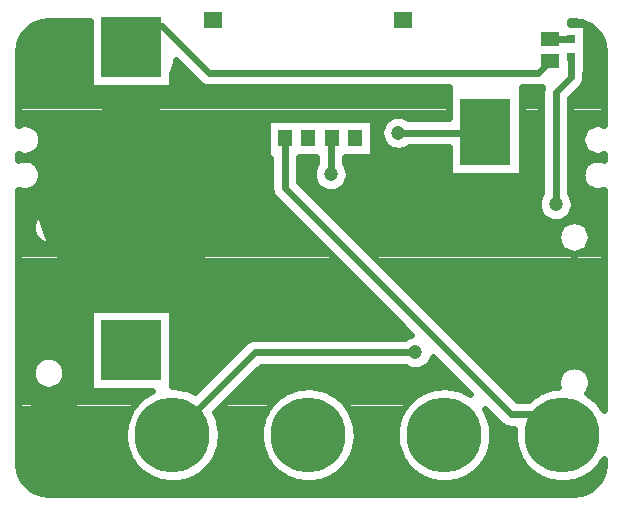
<source format=gbr>
G04 DipTrace 3.3.1.1*
G04 Top.gbr*
%MOIN*%
G04 #@! TF.FileFunction,Copper,L1,Top*
G04 #@! TF.Part,Single*
G04 #@! TA.AperFunction,CopperBalancing*
%ADD14C,0.023622*%
%ADD16R,0.031496X0.031496*%
G04 #@! TA.AperFunction,ComponentPad*
%ADD17C,0.25*%
%ADD19R,0.200787X0.200787*%
%ADD20C,0.629921*%
%ADD24R,0.169291X0.224409*%
%ADD25R,0.059055X0.051181*%
%ADD31R,0.059055X0.055118*%
%ADD32R,0.047244X0.055118*%
G04 #@! TA.AperFunction,ViaPad*
%ADD33C,0.047244*%
%FSLAX26Y26*%
G04*
G70*
G90*
G75*
G01*
G04 Top*
%LPD*%
X1318898Y1618112D2*
D14*
Y1452413D1*
X2072638Y698673D1*
X2175344D1*
X2244094Y629923D1*
X1754479Y905513D2*
X1220472D1*
X944882Y629923D1*
X1472638Y1498673D2*
Y1614371D1*
X1476378Y1618112D1*
X1697638Y1636172D2*
X1984596D1*
X1988189Y1639765D1*
X2222638Y1398673D2*
Y1773673D1*
X2272638Y1823673D1*
Y1889617D1*
Y1948672D2*
X2206004D1*
X2203887Y1950789D1*
X807091Y1921261D2*
X878253Y1992423D1*
X910138D1*
X1066387Y1836173D1*
X2164075D1*
X2203887Y1875986D1*
D33*
X1754479Y905513D3*
X1472638Y1498673D3*
X1697638Y1636172D3*
X2222638Y1398673D3*
X471232Y1985959D2*
D14*
X667961D1*
X2327126D2*
X2343717D1*
X449988Y1962469D2*
X667961D1*
X2327126D2*
X2364996D1*
X439115Y1938978D2*
X667961D1*
X2327126D2*
X2375833D1*
X434988Y1915487D2*
X667961D1*
X2327126D2*
X2379996D1*
X433877Y1891996D2*
X667961D1*
X2327126D2*
X2381108D1*
X433877Y1868505D2*
X667961D1*
X2327126D2*
X2381108D1*
X433877Y1845014D2*
X667961D1*
X951290D2*
X987043D1*
X2327126D2*
X2381108D1*
X433877Y1821524D2*
X667961D1*
X946231D2*
X1010512D1*
X2323143D2*
X2381108D1*
X433877Y1798033D2*
X667961D1*
X946231D2*
X1034554D1*
X2315786D2*
X2381108D1*
X433877Y1774542D2*
X1864806D1*
X2111570D2*
X2172083D1*
X2294005D2*
X2381108D1*
X433877Y1751051D2*
X1864806D1*
X2111570D2*
X2172083D1*
X2273192D2*
X2381108D1*
X433877Y1727560D2*
X1864806D1*
X2111570D2*
X2172083D1*
X2273192D2*
X2381108D1*
X433877Y1704070D2*
X1864806D1*
X2111570D2*
X2172083D1*
X2273192D2*
X2381108D1*
X433877Y1680579D2*
X1256534D1*
X1617480D2*
X1654920D1*
X2111570D2*
X2172083D1*
X2273192D2*
X2381108D1*
X488062Y1657088D2*
X844367D1*
X927140D2*
X1256534D1*
X1617480D2*
X1639024D1*
X2111570D2*
X2172083D1*
X2273192D2*
X2326923D1*
X505609Y1633597D2*
X822622D1*
X948886D2*
X1256534D1*
X1617480D2*
X1635327D1*
X2111570D2*
X2172083D1*
X2273192D2*
X2309340D1*
X509054Y1610106D2*
X814404D1*
X957104D2*
X1256534D1*
X1617480D2*
X1641248D1*
X2111570D2*
X2172083D1*
X2273192D2*
X2305895D1*
X501661Y1586615D2*
X814692D1*
X956816D2*
X1256534D1*
X1617480D2*
X1661450D1*
X1733816D2*
X1864806D1*
X2111570D2*
X2172083D1*
X2273192D2*
X2313287D1*
X473026Y1563125D2*
X823555D1*
X947953D2*
X1256534D1*
X1617480D2*
X1864806D1*
X2111570D2*
X2172083D1*
X2273192D2*
X2341958D1*
X487164Y1539634D2*
X846879D1*
X924629D2*
X1268340D1*
X1369449D2*
X1422104D1*
X1523177D2*
X1864806D1*
X2111570D2*
X2172083D1*
X2273192D2*
X2327783D1*
X505357Y1516143D2*
X1268340D1*
X1369449D2*
X1412881D1*
X1532399D2*
X1864806D1*
X2111570D2*
X2172083D1*
X2273192D2*
X2309627D1*
X509089Y1492652D2*
X1268340D1*
X1369449D2*
X1410584D1*
X1534696D2*
X1864806D1*
X2111570D2*
X2172083D1*
X2273192D2*
X2305858D1*
X502056Y1469161D2*
X1268340D1*
X1372678D2*
X1418049D1*
X1527231D2*
X2172083D1*
X2273192D2*
X2312928D1*
X474785Y1445671D2*
X1268806D1*
X1396147D2*
X1442163D1*
X1503117D2*
X2172083D1*
X2273192D2*
X2340164D1*
X433877Y1422180D2*
X1278997D1*
X1419651D2*
X2165085D1*
X2280189D2*
X2381108D1*
X433877Y1398689D2*
X1302106D1*
X1443119D2*
X2160277D1*
X2284997D2*
X2381108D1*
X433877Y1375198D2*
X515310D1*
X547701D2*
X1325610D1*
X1466623D2*
X2165050D1*
X2280226D2*
X2381108D1*
X433877Y1351707D2*
X482332D1*
X580678D2*
X1349079D1*
X1490127D2*
X2182920D1*
X2262354D2*
X2381108D1*
X433877Y1328217D2*
X473541D1*
X589434D2*
X1372583D1*
X1513596D2*
X2240693D1*
X2326265D2*
X2381108D1*
X433877Y1304726D2*
X475442D1*
X587533D2*
X1396087D1*
X1537100D2*
X2227201D1*
X2339757D2*
X2381108D1*
X433877Y1281235D2*
X489474D1*
X573501D2*
X1419555D1*
X1560604D2*
X2225622D1*
X2341301D2*
X2381108D1*
X433877Y1257744D2*
X1443059D1*
X1584072D2*
X2234808D1*
X2332114D2*
X2381108D1*
X433877Y1234253D2*
X1466563D1*
X1607576D2*
X2270836D1*
X2296087D2*
X2381108D1*
X433877Y1210762D2*
X1490031D1*
X1631045D2*
X2381108D1*
X433877Y1187272D2*
X1513535D1*
X1654549D2*
X2381108D1*
X433877Y1163781D2*
X1537004D1*
X1678052D2*
X2381108D1*
X433877Y1140290D2*
X1560508D1*
X1701521D2*
X2381108D1*
X433877Y1116799D2*
X1584013D1*
X1725025D2*
X2381108D1*
X433877Y1093308D2*
X1607480D1*
X1748529D2*
X2381108D1*
X433877Y1069818D2*
X1630986D1*
X1771997D2*
X2381108D1*
X433877Y1046327D2*
X667961D1*
X946231D2*
X1654490D1*
X1795501D2*
X2381108D1*
X433877Y1022836D2*
X667961D1*
X946231D2*
X1677958D1*
X1818970D2*
X2381108D1*
X433877Y999345D2*
X667961D1*
X946231D2*
X1701462D1*
X1842474D2*
X2381108D1*
X433877Y975854D2*
X667961D1*
X946231D2*
X1724929D1*
X1865978D2*
X2381108D1*
X433877Y952364D2*
X667961D1*
X946231D2*
X1206833D1*
X1889446D2*
X2381108D1*
X433877Y928873D2*
X667961D1*
X946231D2*
X1173318D1*
X1912950D2*
X2381108D1*
X433877Y905382D2*
X667961D1*
X946231D2*
X1149814D1*
X1936455D2*
X2381108D1*
X433877Y881891D2*
X496076D1*
X566934D2*
X667961D1*
X946231D2*
X1126345D1*
X1959923D2*
X2381108D1*
X433877Y858400D2*
X477488D1*
X585522D2*
X667961D1*
X946231D2*
X1102841D1*
X1793995D2*
X1842415D1*
X1983427D2*
X2263659D1*
X2303262D2*
X2381108D1*
X433877Y834909D2*
X473110D1*
X589900D2*
X667961D1*
X946231D2*
X1079373D1*
X1220386D2*
X1865883D1*
X2006932D2*
X2233623D1*
X2333333D2*
X2381108D1*
X433877Y811419D2*
X479067D1*
X583944D2*
X667961D1*
X946231D2*
X1055869D1*
X1196882D2*
X1889387D1*
X2030399D2*
X2225407D1*
X2341551D2*
X2381108D1*
X433877Y787928D2*
X501350D1*
X561660D2*
X667961D1*
X980070D2*
X1032365D1*
X1173413D2*
X1362463D1*
X1432820D2*
X1815214D1*
X1885571D2*
X1912856D1*
X2053904D2*
X2208900D1*
X2339182D2*
X2381108D1*
X433877Y764437D2*
X853374D1*
X1149909D2*
X1306126D1*
X1489159D2*
X1758877D1*
X2077371D2*
X2152562D1*
X2335594D2*
X2381108D1*
X433877Y740946D2*
X825385D1*
X1126406D2*
X1278172D1*
X1517112D2*
X1730923D1*
X2363584D2*
X2381108D1*
X433877Y717455D2*
X806941D1*
X1102937D2*
X1259692D1*
X1535592D2*
X1712442D1*
X433877Y693965D2*
X794381D1*
X1095365D2*
X1247131D1*
X1548115D2*
X1699919D1*
X433877Y670474D2*
X786307D1*
X1103440D2*
X1239058D1*
X1556190D2*
X1691845D1*
X2008941D2*
X2030340D1*
X433877Y646983D2*
X782037D1*
X1107710D2*
X1234787D1*
X1560461D2*
X1687575D1*
X2013247D2*
X2081260D1*
X433877Y623492D2*
X781283D1*
X1108499D2*
X1234034D1*
X1561249D2*
X1686785D1*
X2014000D2*
X2080470D1*
X433877Y600001D2*
X783938D1*
X1105807D2*
X1236689D1*
X1558594D2*
X1689441D1*
X2011345D2*
X2083161D1*
X433877Y576510D2*
X790255D1*
X1099528D2*
X1243005D1*
X1552278D2*
X1695756D1*
X2005029D2*
X2089441D1*
X433877Y553020D2*
X800661D1*
X1089122D2*
X1253412D1*
X1541873D2*
X1706163D1*
X1994623D2*
X2099848D1*
X434450Y529529D2*
X816163D1*
X1073584D2*
X1268913D1*
X1526335D2*
X1721701D1*
X1979121D2*
X2115386D1*
X437537Y506038D2*
X839093D1*
X1050654D2*
X1291844D1*
X1503404D2*
X1744630D1*
X1956192D2*
X2138315D1*
X2349877D2*
X2377412D1*
X447189Y482547D2*
X876772D1*
X1013010D2*
X1329522D1*
X1465762D2*
X1782273D1*
X1918513D2*
X2175993D1*
X2312198D2*
X2367795D1*
X465921Y459056D2*
X2349028D1*
X507223Y435566D2*
X2307724D1*
X2269781Y2000798D2*
X2321167D1*
X2309260Y2005727D1*
X2280997Y2009448D1*
X2269814Y2009449D1*
X2269793Y2000807D1*
X2324764Y1999327D2*
Y1837491D1*
X2320853D1*
X2320678Y1819892D1*
X2319495Y1812424D1*
X2317159Y1805232D1*
X2313726Y1798495D1*
X2309281Y1792377D1*
X2287226Y1770112D1*
X2270808Y1753694D1*
X2270827Y1434388D1*
X2273797Y1430024D1*
X2278071Y1421634D1*
X2280980Y1412680D1*
X2282453Y1403381D1*
Y1393966D1*
X2280980Y1384667D1*
X2278071Y1375713D1*
X2273797Y1367323D1*
X2268262Y1359706D1*
X2261605Y1353049D1*
X2253988Y1347514D1*
X2245598Y1343240D1*
X2236644Y1340331D1*
X2227345Y1338858D1*
X2217930D1*
X2208631Y1340331D1*
X2199677Y1343240D1*
X2191287Y1347514D1*
X2183671Y1353049D1*
X2177013Y1359706D1*
X2171479Y1367323D1*
X2167205Y1375713D1*
X2164295Y1384667D1*
X2162823Y1393966D1*
Y1403381D1*
X2164295Y1412680D1*
X2167205Y1421634D1*
X2171479Y1430024D1*
X2174450Y1434388D1*
X2174597Y1777454D1*
X2175780Y1784923D1*
X2176812Y1788579D1*
X2175324Y1789315D1*
X2167856Y1788133D1*
X2136514Y1787983D1*
X2109207D1*
X2109213Y1491182D1*
X1867165D1*
Y1587962D1*
X1733370Y1587983D1*
X1728988Y1585013D1*
X1720598Y1580739D1*
X1711644Y1577829D1*
X1702345Y1576357D1*
X1692930D1*
X1683631Y1577829D1*
X1674677Y1580739D1*
X1666287Y1585013D1*
X1658671Y1590547D1*
X1652013Y1597205D1*
X1646479Y1604822D1*
X1642205Y1613211D1*
X1639295Y1622165D1*
X1637823Y1631465D1*
Y1640879D1*
X1639295Y1650178D1*
X1642205Y1659133D1*
X1646479Y1667522D1*
X1652013Y1675139D1*
X1658671Y1681797D1*
X1666287Y1687331D1*
X1674677Y1691605D1*
X1683631Y1694514D1*
X1692930Y1695987D1*
X1702345D1*
X1711644Y1694514D1*
X1720598Y1691605D1*
X1728988Y1687331D1*
X1733353Y1684360D1*
X1867190Y1684361D1*
X1867165Y1787986D1*
X1062606Y1788133D1*
X1055138Y1789315D1*
X1047946Y1791652D1*
X1041209Y1795084D1*
X1035092Y1799529D1*
X1012825Y1821585D1*
X955455Y1878955D1*
X955375Y1869276D1*
X953661Y1858451D1*
X950274Y1848029D1*
X945299Y1838264D1*
X943858Y1836108D1*
X943869Y1784490D1*
X670325D1*
Y2009448D1*
X533976Y2009450D1*
X505698Y2005727D1*
X481657Y1995769D1*
X461014Y1979928D1*
X445176Y1959285D1*
X435218Y1935244D1*
X431499Y1906982D1*
X431497Y1663913D1*
X440127Y1666774D1*
X448512Y1668102D1*
X457000D1*
X465385Y1666774D1*
X473457Y1664151D1*
X481020Y1660298D1*
X487887Y1655308D1*
X493890Y1649306D1*
X498879Y1642438D1*
X502732Y1634875D1*
X505356Y1626803D1*
X506684Y1618419D1*
Y1609930D1*
X505356Y1601546D1*
X502732Y1593474D1*
X498879Y1585911D1*
X493890Y1579043D1*
X487887Y1573041D1*
X481020Y1568051D1*
X473457Y1564198D1*
X465385Y1561575D1*
X457000Y1560247D1*
X448512D1*
X440127Y1561575D1*
X432055Y1564198D1*
X431497Y1564455D1*
Y1545782D1*
X436039Y1547512D1*
X444294Y1549493D1*
X452756Y1550159D1*
X461218Y1549493D1*
X469472Y1547512D1*
X477314Y1544262D1*
X484552Y1539828D1*
X491007Y1534315D1*
X496520Y1527861D1*
X500954Y1520622D1*
X504203Y1512781D1*
X506185Y1504526D1*
X506850Y1496064D1*
X506185Y1487602D1*
X504203Y1479348D1*
X500954Y1471507D1*
X496520Y1464268D1*
X491007Y1457814D1*
X484552Y1452301D1*
X477314Y1447866D1*
X469472Y1444617D1*
X461218Y1442635D1*
X452756Y1441970D1*
X444294Y1442635D1*
X436039Y1444617D1*
X431497Y1446345D1*
X431496Y533991D1*
X435219Y505699D1*
X445177Y481659D1*
X461018Y461016D1*
X481663Y445176D1*
X505702Y435218D1*
X533963Y431499D1*
X2280984Y431497D1*
X2309262Y435220D1*
X2333303Y445178D1*
X2353946Y461020D1*
X2369786Y481663D1*
X2379743Y505702D1*
X2383465Y533965D1*
X2383466Y548594D1*
X2374856Y535348D1*
X2369262Y528062D1*
X2363265Y521105D1*
X2356881Y514501D1*
X2350131Y508272D1*
X2343038Y502436D1*
X2335625Y497013D1*
X2327915Y492021D1*
X2319933Y487475D1*
X2311706Y483391D1*
X2303260Y479782D1*
X2294622Y476659D1*
X2285820Y474033D1*
X2276885Y471911D1*
X2267841Y470302D1*
X2258722Y469209D1*
X2249554Y468636D1*
X2240369Y468588D1*
X2231196Y469060D1*
X2222064Y470055D1*
X2213005Y471568D1*
X2204046Y473593D1*
X2195217Y476125D1*
X2186546Y479155D1*
X2178062Y482673D1*
X2169790Y486668D1*
X2161761Y491127D1*
X2153997Y496037D1*
X2146526Y501379D1*
X2139371Y507139D1*
X2132555Y513295D1*
X2126100Y519831D1*
X2120028Y526722D1*
X2114357Y533948D1*
X2109108Y541484D1*
X2104294Y549308D1*
X2099934Y557392D1*
X2096041Y565711D1*
X2092627Y574239D1*
X2089705Y582946D1*
X2087282Y591806D1*
X2085367Y600790D1*
X2083967Y609867D1*
X2083085Y619010D1*
X2082726Y628188D1*
X2082888Y637371D1*
X2084096Y650479D1*
X2068857Y650633D1*
X2061388Y651815D1*
X2054197Y654152D1*
X2047459Y657585D1*
X2041341Y662030D1*
X2019076Y684085D1*
X1986420Y716741D1*
X1993766Y703999D1*
X1997748Y695722D1*
X2001253Y687231D1*
X2004269Y678555D1*
X2006787Y669722D1*
X2008798Y660760D1*
X2010295Y651698D1*
X2011276Y642564D1*
X2011772Y629923D1*
X2011510Y620741D1*
X2010727Y611589D1*
X2009424Y602497D1*
X2007606Y593493D1*
X2005280Y584609D1*
X2002450Y575870D1*
X1999129Y567306D1*
X1995325Y558946D1*
X1991052Y550815D1*
X1986324Y542941D1*
X1981155Y535348D1*
X1975562Y528062D1*
X1969564Y521105D1*
X1963180Y514501D1*
X1956430Y508272D1*
X1949337Y502436D1*
X1941924Y497013D1*
X1934214Y492021D1*
X1926232Y487475D1*
X1918005Y483391D1*
X1909559Y479782D1*
X1900921Y476659D1*
X1892119Y474033D1*
X1883184Y471911D1*
X1874140Y470302D1*
X1865021Y469209D1*
X1855853Y468636D1*
X1846668Y468588D1*
X1837495Y469060D1*
X1828364Y470055D1*
X1819304Y471568D1*
X1810345Y473593D1*
X1801516Y476125D1*
X1792845Y479155D1*
X1784361Y482673D1*
X1776089Y486668D1*
X1768060Y491127D1*
X1760297Y496037D1*
X1752825Y501379D1*
X1745671Y507139D1*
X1738854Y513295D1*
X1732399Y519831D1*
X1726327Y526722D1*
X1720656Y533948D1*
X1715407Y541484D1*
X1710593Y549308D1*
X1706234Y557392D1*
X1702340Y565711D1*
X1698927Y574239D1*
X1696004Y582946D1*
X1693581Y591806D1*
X1691667Y600790D1*
X1690266Y609867D1*
X1689385Y619010D1*
X1689025Y628188D1*
X1689188Y637371D1*
X1689873Y646531D1*
X1691077Y655636D1*
X1692799Y664660D1*
X1695030Y673570D1*
X1697765Y682339D1*
X1700995Y690937D1*
X1704707Y699337D1*
X1708894Y707514D1*
X1713537Y715438D1*
X1718623Y723087D1*
X1724138Y730433D1*
X1730060Y737453D1*
X1736373Y744125D1*
X1743055Y750427D1*
X1750085Y756339D1*
X1757440Y761841D1*
X1765096Y766916D1*
X1773028Y771547D1*
X1781211Y775719D1*
X1789618Y779419D1*
X1798222Y782634D1*
X1806995Y785356D1*
X1815908Y787572D1*
X1824933Y789280D1*
X1834041Y790470D1*
X1843201Y791140D1*
X1852385Y791289D1*
X1861563Y790913D1*
X1870703Y790017D1*
X1879780Y788602D1*
X1888760Y786673D1*
X1897615Y784238D1*
X1906319Y781301D1*
X1914841Y777874D1*
X1923154Y773967D1*
X1931231Y769594D1*
X1937367Y765806D1*
X1812608Y890554D1*
X1809912Y882552D1*
X1805638Y874163D1*
X1800104Y866546D1*
X1793446Y859888D1*
X1785829Y854354D1*
X1777440Y850080D1*
X1768486Y847171D1*
X1759186Y845698D1*
X1749772D1*
X1740472Y847171D1*
X1731518Y850080D1*
X1723129Y854354D1*
X1718764Y857325D1*
X1240438Y857324D1*
X1087866Y704757D1*
X1092236Y695722D1*
X1095741Y687231D1*
X1098757Y678555D1*
X1101276Y669722D1*
X1103286Y660760D1*
X1104783Y651698D1*
X1105764Y642564D1*
X1106260Y629923D1*
X1105999Y620741D1*
X1105215Y611589D1*
X1103912Y602497D1*
X1102094Y593493D1*
X1099768Y584609D1*
X1096938Y575870D1*
X1093617Y567306D1*
X1089814Y558946D1*
X1085541Y550815D1*
X1080812Y542941D1*
X1075643Y535348D1*
X1070050Y528062D1*
X1064052Y521105D1*
X1057668Y514501D1*
X1050919Y508272D1*
X1043825Y502436D1*
X1036412Y497013D1*
X1028702Y492021D1*
X1020720Y487475D1*
X1012493Y483391D1*
X1004047Y479782D1*
X995409Y476659D1*
X986608Y474033D1*
X977672Y471911D1*
X968629Y470302D1*
X959509Y469209D1*
X950341Y468636D1*
X941156Y468588D1*
X931983Y469060D1*
X922852Y470055D1*
X913793Y471568D1*
X904833Y473593D1*
X896004Y476125D1*
X887333Y479155D1*
X878849Y482673D1*
X870577Y486668D1*
X862549Y491127D1*
X854785Y496037D1*
X847314Y501379D1*
X840159Y507139D1*
X833343Y513295D1*
X826887Y519831D1*
X820815Y526722D1*
X815144Y533948D1*
X809895Y541484D1*
X805081Y549308D1*
X800722Y557392D1*
X796828Y565711D1*
X793415Y574239D1*
X790492Y582946D1*
X788070Y591806D1*
X786155Y600790D1*
X784755Y609867D1*
X783873Y619010D1*
X783513Y628188D1*
X783676Y637371D1*
X784361Y646531D1*
X785566Y655636D1*
X787287Y664660D1*
X789518Y673570D1*
X792253Y682339D1*
X795483Y690937D1*
X799196Y699337D1*
X803382Y707514D1*
X808025Y715438D1*
X813112Y723087D1*
X818626Y730433D1*
X824549Y737453D1*
X830861Y744125D1*
X837543Y750427D1*
X844573Y756339D1*
X851928Y761841D1*
X859584Y766916D1*
X867516Y771547D1*
X877768Y776630D1*
X670325Y776615D1*
Y1050159D1*
X943869D1*
Y791325D1*
X956051Y790913D1*
X965192Y790017D1*
X974268Y788602D1*
X983248Y786673D1*
X992104Y784238D1*
X1000807Y781301D1*
X1009329Y777874D1*
X1019693Y772857D1*
X1189176Y942156D1*
X1195294Y946601D1*
X1202031Y950034D1*
X1209223Y952371D1*
X1216692Y953554D1*
X1248031Y953702D1*
X1718724D1*
X1727240Y958974D1*
X1735938Y962576D1*
X1739570Y963601D1*
X1282255Y1421117D1*
X1277810Y1427235D1*
X1274377Y1433972D1*
X1272039Y1441164D1*
X1270857Y1448633D1*
X1270709Y1479972D1*
Y1554146D1*
X1258898Y1554175D1*
Y1682049D1*
X1615118D1*
Y1554175D1*
X1520850D1*
X1520827Y1534386D1*
X1523797Y1530024D1*
X1528071Y1521634D1*
X1530980Y1512680D1*
X1532453Y1503381D1*
Y1493966D1*
X1530980Y1484667D1*
X1528071Y1475713D1*
X1523797Y1467323D1*
X1518262Y1459706D1*
X1511605Y1453049D1*
X1503988Y1447514D1*
X1495598Y1443240D1*
X1486644Y1440331D1*
X1477345Y1438858D1*
X1467930D1*
X1458631Y1440331D1*
X1449677Y1443240D1*
X1441287Y1447514D1*
X1433671Y1453049D1*
X1427013Y1459706D1*
X1421479Y1467323D1*
X1417205Y1475713D1*
X1414295Y1484667D1*
X1412823Y1493966D1*
Y1503381D1*
X1414295Y1512680D1*
X1417205Y1521634D1*
X1421479Y1530024D1*
X1424450Y1534388D1*
X1424449Y1554186D1*
X1367092Y1554175D1*
X1367087Y1472386D1*
X2092598Y746864D1*
X2132887Y746862D1*
X2143786Y756339D1*
X2151140Y761841D1*
X2158797Y766916D1*
X2166728Y771547D1*
X2174912Y775719D1*
X2183319Y779419D1*
X2191923Y782634D1*
X2200696Y785356D1*
X2209609Y787572D1*
X2218634Y789280D1*
X2229352Y790588D1*
X2228092Y796349D1*
X2227402Y805119D1*
X2228092Y813890D1*
X2230146Y822444D1*
X2233512Y830571D1*
X2238109Y838072D1*
X2243822Y844762D1*
X2250512Y850475D1*
X2258013Y855072D1*
X2266140Y858438D1*
X2274694Y860492D1*
X2283465Y861182D1*
X2292235Y860492D1*
X2300789Y858438D1*
X2308916Y855072D1*
X2316417Y850475D1*
X2323108Y844762D1*
X2328820Y838072D1*
X2333417Y830571D1*
X2336783Y822444D1*
X2338837Y813890D1*
X2339528Y805119D1*
X2338837Y796349D1*
X2336783Y787795D1*
X2333417Y779668D1*
X2328820Y772167D1*
X2326213Y768858D1*
X2340276Y759507D1*
X2347492Y753824D1*
X2354374Y747741D1*
X2360899Y741276D1*
X2367045Y734450D1*
X2372793Y727286D1*
X2378123Y719806D1*
X2383454Y711251D1*
X2383465Y1446345D1*
X2378921Y1444617D1*
X2370667Y1442635D1*
X2362205Y1441970D1*
X2353743Y1442635D1*
X2345488Y1444617D1*
X2337647Y1447866D1*
X2330408Y1452301D1*
X2323954Y1457814D1*
X2318441Y1464268D1*
X2314007Y1471507D1*
X2310757Y1479348D1*
X2308776Y1487602D1*
X2308110Y1496064D1*
X2308776Y1504526D1*
X2310757Y1512781D1*
X2314007Y1520622D1*
X2318441Y1527861D1*
X2323954Y1534315D1*
X2330408Y1539828D1*
X2337647Y1544262D1*
X2345488Y1547512D1*
X2353743Y1549493D1*
X2362205Y1550159D1*
X2370667Y1549493D1*
X2378921Y1547512D1*
X2383463Y1545783D1*
X2383465Y1564404D1*
X2374833Y1561575D1*
X2366449Y1560247D1*
X2357961D1*
X2349576Y1561575D1*
X2341504Y1564198D1*
X2333941Y1568051D1*
X2327073Y1573041D1*
X2321071Y1579043D1*
X2316081Y1585911D1*
X2312228Y1593474D1*
X2309605Y1601546D1*
X2308277Y1609930D1*
Y1618419D1*
X2309605Y1626803D1*
X2312228Y1634875D1*
X2316081Y1642438D1*
X2321071Y1649306D1*
X2327073Y1655308D1*
X2333941Y1660298D1*
X2341504Y1664151D1*
X2349576Y1666774D1*
X2357961Y1668102D1*
X2366449D1*
X2374833Y1666774D1*
X2382906Y1664151D1*
X2383463Y1663894D1*
X2383465Y1906957D1*
X2379741Y1935248D1*
X2369783Y1959289D1*
X2353944Y1979930D1*
X2333299Y1995772D1*
X1558755Y620741D2*
X1557971Y611589D1*
X1556668Y602497D1*
X1554850Y593493D1*
X1552524Y584609D1*
X1549694Y575870D1*
X1546373Y567306D1*
X1542570Y558946D1*
X1538297Y550815D1*
X1533568Y542941D1*
X1528399Y535348D1*
X1522806Y528062D1*
X1516808Y521105D1*
X1510424Y514501D1*
X1503675Y508272D1*
X1496581Y502436D1*
X1489168Y497013D1*
X1481458Y492021D1*
X1473476Y487475D1*
X1465249Y483391D1*
X1456803Y479782D1*
X1448165Y476659D1*
X1439364Y474033D1*
X1430428Y471911D1*
X1421385Y470302D1*
X1412265Y469209D1*
X1403097Y468636D1*
X1393912Y468588D1*
X1384739Y469060D1*
X1375608Y470055D1*
X1366549Y471568D1*
X1357589Y473593D1*
X1348760Y476125D1*
X1340089Y479155D1*
X1331605Y482673D1*
X1323333Y486668D1*
X1315304Y491127D1*
X1307541Y496037D1*
X1300070Y501379D1*
X1292915Y507139D1*
X1286098Y513295D1*
X1279643Y519831D1*
X1273571Y526722D1*
X1267900Y533948D1*
X1262651Y541484D1*
X1257837Y549308D1*
X1253478Y557392D1*
X1249584Y565711D1*
X1246171Y574239D1*
X1243248Y582946D1*
X1240825Y591806D1*
X1238911Y600790D1*
X1237510Y609867D1*
X1236629Y619010D1*
X1236269Y628188D1*
X1236432Y637371D1*
X1237117Y646531D1*
X1238322Y655636D1*
X1240043Y664660D1*
X1242274Y673570D1*
X1245009Y682339D1*
X1248239Y690937D1*
X1251951Y699337D1*
X1256138Y707514D1*
X1260781Y715438D1*
X1265867Y723087D1*
X1271382Y730433D1*
X1277304Y737453D1*
X1283617Y744125D1*
X1290299Y750427D1*
X1297329Y756339D1*
X1304684Y761841D1*
X1312340Y766916D1*
X1320272Y771547D1*
X1328455Y775719D1*
X1336862Y779419D1*
X1345466Y782634D1*
X1354239Y785356D1*
X1363152Y787572D1*
X1372177Y789280D1*
X1381285Y790470D1*
X1390445Y791140D1*
X1399629Y791289D1*
X1408807Y790913D1*
X1417948Y790017D1*
X1427024Y788602D1*
X1436004Y786673D1*
X1444860Y784238D1*
X1453563Y781301D1*
X1462085Y777874D1*
X1470398Y773967D1*
X1478475Y769594D1*
X1486290Y764769D1*
X1493819Y759507D1*
X1501035Y753824D1*
X1507917Y747741D1*
X1514442Y741276D1*
X1520588Y734450D1*
X1526336Y727286D1*
X1531667Y719806D1*
X1536563Y712035D1*
X1541010Y703999D1*
X1544992Y695722D1*
X1548497Y687231D1*
X1551513Y678555D1*
X1554031Y669722D1*
X1556042Y660760D1*
X1557539Y651698D1*
X1558520Y642564D1*
X1559016Y629923D1*
X1558755Y620741D1*
X955375Y1593685D2*
X953661Y1582861D1*
X950274Y1572438D1*
X945299Y1562673D1*
X938857Y1553806D1*
X931108Y1546056D1*
X922240Y1539614D1*
X912475Y1534639D1*
X902052Y1531252D1*
X891228Y1529538D1*
X880268D1*
X869444Y1531252D1*
X859021Y1534639D1*
X849256Y1539614D1*
X840388Y1546056D1*
X832639Y1553806D1*
X826197Y1562673D1*
X821222Y1572438D1*
X817835Y1582861D1*
X816121Y1593685D1*
Y1604646D1*
X817835Y1615470D1*
X821222Y1625892D1*
X826197Y1635657D1*
X832639Y1644525D1*
X840388Y1652274D1*
X849256Y1658717D1*
X859021Y1663692D1*
X869444Y1667079D1*
X880268Y1668793D1*
X891228D1*
X902052Y1667079D1*
X912475Y1663692D1*
X922240Y1658717D1*
X931108Y1652274D1*
X938857Y1644525D1*
X945299Y1635657D1*
X950274Y1625892D1*
X953661Y1615470D1*
X955375Y1604646D1*
Y1593685D1*
X2339354Y1284972D2*
X2337979Y1276283D1*
X2335260Y1267917D1*
X2331266Y1260079D1*
X2326096Y1252962D1*
X2319874Y1246740D1*
X2312757Y1241570D1*
X2304919Y1237576D1*
X2296552Y1234857D1*
X2287864Y1233482D1*
X2279066D1*
X2270377Y1234857D1*
X2262010Y1237576D1*
X2254172Y1241570D1*
X2247055Y1246740D1*
X2240833Y1252962D1*
X2235663Y1260079D1*
X2231669Y1267917D1*
X2228950Y1276283D1*
X2227575Y1284972D1*
Y1293770D1*
X2228950Y1302459D1*
X2231669Y1310825D1*
X2235663Y1318664D1*
X2240833Y1325781D1*
X2247055Y1332003D1*
X2254172Y1337173D1*
X2262010Y1341167D1*
X2270377Y1343886D1*
X2279066Y1345261D1*
X2287864D1*
X2296552Y1343886D1*
X2304919Y1341167D1*
X2312757Y1337173D1*
X2319874Y1332003D1*
X2326096Y1325781D1*
X2331266Y1318664D1*
X2335260Y1310825D1*
X2337979Y1302459D1*
X2339354Y1293770D1*
Y1284972D1*
X587386Y1316469D2*
X586010Y1307780D1*
X583291Y1299413D1*
X579298Y1291575D1*
X574127Y1284458D1*
X567906Y1278236D1*
X560789Y1273066D1*
X552950Y1269072D1*
X544584Y1266353D1*
X535895Y1264978D1*
X527097D1*
X518408Y1266353D1*
X510042Y1269072D1*
X502203Y1273066D1*
X495087Y1278236D1*
X488865Y1284458D1*
X483694Y1291575D1*
X479701Y1299413D1*
X476982Y1307780D1*
X475606Y1316469D1*
Y1325266D1*
X476982Y1333955D1*
X479701Y1342322D1*
X483694Y1350160D1*
X488865Y1357277D1*
X495087Y1363499D1*
X502203Y1368669D1*
X510042Y1372663D1*
X518408Y1375382D1*
X527097Y1376757D1*
X535895D1*
X544584Y1375382D1*
X552950Y1372663D1*
X560789Y1368669D1*
X567906Y1363499D1*
X574127Y1357277D1*
X579298Y1350160D1*
X583291Y1342322D1*
X586010Y1333955D1*
X587386Y1325266D1*
Y1316469D1*
Y832217D2*
X586010Y823528D1*
X583291Y815161D1*
X579298Y807323D1*
X574127Y800206D1*
X567906Y793984D1*
X560789Y788814D1*
X552950Y784820D1*
X544584Y782101D1*
X535895Y780726D1*
X527097D1*
X518408Y782101D1*
X510042Y784820D1*
X502203Y788814D1*
X495087Y793984D1*
X488865Y800206D1*
X483694Y807323D1*
X479701Y815161D1*
X476982Y823528D1*
X475606Y832217D1*
Y841014D1*
X476982Y849703D1*
X479701Y858070D1*
X483694Y865908D1*
X488865Y873025D1*
X495087Y879247D1*
X502203Y884417D1*
X510042Y888411D1*
X518408Y891130D1*
X527097Y892505D1*
X535895D1*
X544584Y891130D1*
X552950Y888411D1*
X560789Y884417D1*
X567906Y879247D1*
X574127Y873025D1*
X579298Y865908D1*
X583291Y858070D1*
X586010Y849703D1*
X587386Y841014D1*
Y832217D1*
D16*
X2272638Y1948672D3*
Y1889617D3*
D17*
X551181Y629923D3*
X944882D3*
X1397638D3*
X1850394D3*
X2244094D3*
D19*
X807091Y913387D3*
D20*
Y1417324D3*
D19*
Y1921261D3*
D24*
X1988189Y1037403D3*
Y1639765D3*
D25*
X2203887Y1875986D3*
Y1950789D3*
D31*
X1714567Y2011812D3*
X1080709D3*
D32*
X1397638Y1618112D3*
X1476378D3*
X1318898D3*
X1240157D3*
X1555118D3*
M02*

</source>
